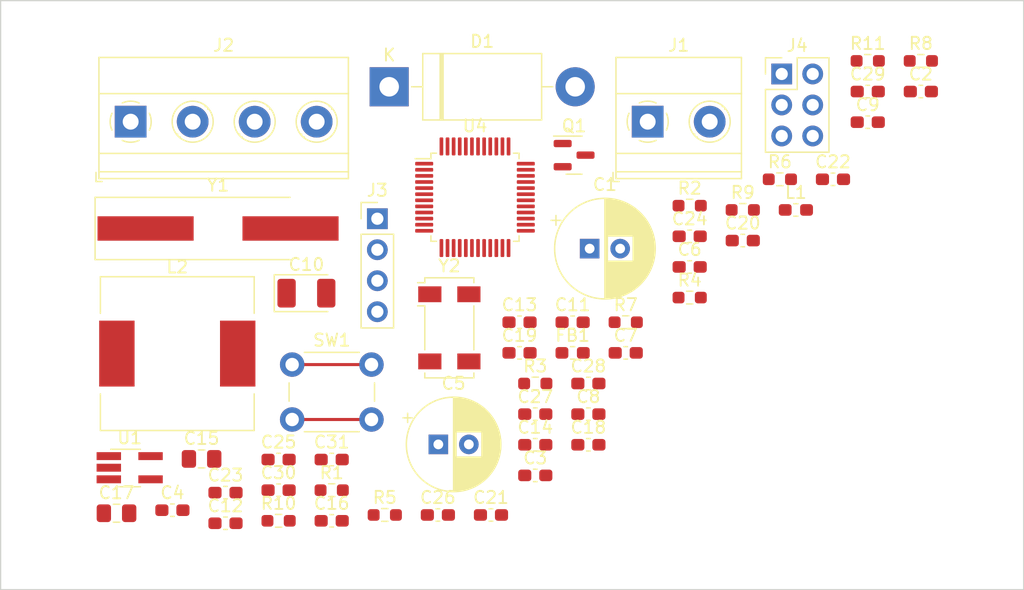
<source format=kicad_pcb>
(kicad_pcb (version 20211014) (generator pcbnew)
  (layers (0 "F.Cu" signal) (31 "B.Cu" signal) (34 "B.Paste" user) (35 "F.Paste" user) (36 "B.SilkS" user "B.Silkscreen") (37 "F.SilkS" user "F.Silkscreen") (38 "B.Mask" user) (39 "F.Mask" user) (44 "Edge.Cuts" user))
  (net 0 "")
  (net 1 "+BATT")
  (net 2 "GND")
  (net 3 "+3.3VA")
  (net 4 "+4V")
  (net 5 "+3V3")
  (net 6 "Net-(C15-Pad1)")
  (net 7 "RST")
  (net 8 "Net-(C20-Pad1)")
  (net 9 "Net-(C21-Pad1)")
  (net 10 "SIM_GND")
  (net 11 "SIM_VDD")
  (net 12 "OSCIN")
  (net 13 "Net-(C23-Pad2)")
  (net 14 "RESET")
  (net 15 "OSCOUT")
  (net 16 "Net-(C26-Pad1)")
  (net 17 "Net-(C27-Pad1)")
  (net 18 "Net-(C28-Pad1)")
  (net 19 "PC14")
  (net 20 "PC15")
  (net 21 "Net-(D1-Pad2)")
  (net 22 "COIL+")
  (net 23 "COIL-")
  (net 24 "THERMISTER_OUT")
  (net 25 "SWDIO")
  (net 26 "SWDCLK")
  (net 27 "Net-(J4-Pad3)")
  (net 28 "Net-(J4-Pad4)")
  (net 29 "PWRKEY")
  (net 30 "Net-(R1-Pad2)")
  (net 31 "THERMISTER_IN")
  (net 32 "Boot0")
  (net 33 "Boot1")
  (net 34 "SIM_RST")
  (net 35 "SIM_CLK")
  (net 36 "SIM_DATA")
  (net 38 "+VBATT")
  (net 49 "Net-(U4-Pad24)")
  (net 54 "GPRS_RX")
  (net 55 "GPRS_TX")
  (footprint "Capacitor_SMD:C_0603_1608Metric_Pad1.08x0.95mm_HandSolder" (layer "F.Cu") (at 124.355302 122.78)
    (fp_text reference "C8" (at 0 -1.43) (layer "F.SilkS"))
    (fp_text value "100n")
    (pad "1" smd roundrect (at -0.8625 0) (size 1.075 0.95) (layers "F.Cu" "F.Paste" "F.Mask") (net 5 "+3V3"))
    (pad "2" smd roundrect (at 0.8625 0) (size 1.075 0.95) (layers "F.Cu" "F.Paste" "F.Mask") (net 2 "GND"))
  )
  (footprint "Package_TO_SOT_SMD:SOT-23" (layer "F.Cu") (at 123.185302 101.56)
    (fp_text reference "Q1" (at 0 -2.4) (layer "F.SilkS"))
    (fp_text value "DTC114E")
    (pad "1" smd roundrect (at -0.9375 -0.95) (size 1.475 0.6) (layers "F.Cu" "F.Paste" "F.Mask") (net 7 "RST"))
    (pad "2" smd roundrect (at -0.9375 0.95) (size 1.475 0.6) (layers "F.Cu" "F.Paste" "F.Mask") (net 2 "GND"))
    (pad "3" smd roundrect (at 0.9375 0) (size 1.475 0.6) (layers "F.Cu" "F.Paste" "F.Mask") (net 29 "PWRKEY"))
  )
  (footprint "Package_TO_SOT_SMD:TSOT-23-5_HandSoldering" (layer "F.Cu") (at 86.775302 127.17)
    (fp_text reference "U1" (at 0 -2.45) (layer "F.SilkS"))
    (fp_text value "TPS76933")
    (pad "1" smd rect (at -1.71 -0.95) (size 2 0.65) (layers "F.Cu" "F.Paste" "F.Mask") (net 6 "Net-(C15-Pad1)"))
    (pad "2" smd rect (at -1.71 0) (size 2 0.65) (layers "F.Cu" "F.Paste" "F.Mask") (net 2 "GND"))
    (pad "3" smd rect (at -1.71 0.95) (size 2 0.65) (layers "F.Cu" "F.Paste" "F.Mask") (net 2 "GND"))
    (pad "4" smd rect (at 1.71 0.95) (size 2 0.65) (layers "F.Cu" "F.Paste" "F.Mask"))
    (pad "5" smd rect (at 1.71 -0.95) (size 2 0.65) (layers "F.Cu" "F.Paste" "F.Mask") (net 5 "+3V3"))
  )
  (footprint "Capacitor_SMD:C_0603_1608Metric_Pad1.08x0.95mm_HandSolder" (layer "F.Cu") (at 147.245302 96.35)
    (fp_text reference "C29" (at 0 -1.43) (layer "F.SilkS"))
    (fp_text value "33p")
    (pad "1" smd roundrect (at -0.8625 0) (size 1.075 0.95) (layers "F.Cu" "F.Paste" "F.Mask") (net 11 "SIM_VDD"))
    (pad "2" smd roundrect (at 0.8625 0) (size 1.075 0.95) (layers "F.Cu" "F.Paste" "F.Mask") (net 10 "SIM_GND"))
  )
  (footprint "Capacitor_SMD:C_0603_1608Metric_Pad1.08x0.95mm_HandSolder" (layer "F.Cu") (at 132.655302 108.21)
    (fp_text reference "C24" (at 0 -1.43) (layer "F.SilkS"))
    (fp_text value "1u")
    (pad "1" smd roundrect (at -0.8625 0) (size 1.075 0.95) (layers "F.Cu" "F.Paste" "F.Mask") (net 14 "RESET"))
    (pad "2" smd roundrect (at 0.8625 0) (size 1.075 0.95) (layers "F.Cu" "F.Paste" "F.Mask") (net 2 "GND"))
  )
  (footprint "Capacitor_THT:CP_Radial_D7.5mm_P2.50mm" (layer "F.Cu") (at 112.062513 125.26)
    (fp_text reference "C5" (at 1.25 -5) (layer "F.SilkS"))
    (fp_text value "100u")
    (pad "1" thru_hole rect (at 0 0) (size 1.6 1.6) (drill 0.8) (layers *.Cu *.Mask) (net 4 "+4V"))
    (pad "2" thru_hole circle (at 2.5 0) (size 1.6 1.6) (drill 0.8) (layers *.Cu *.Mask) (net 2 "GND"))
  )
  (footprint "Button_Switch_THT:SW_PUSH_6mm_H4.3mm" (layer "F.Cu") (at 100.085302 118.72)
    (fp_text reference "SW1" (at 3.25 -2) (layer "F.SilkS"))
    (fp_text value "RESET")
    (pad "1" thru_hole circle (at 6.5 0 90) (size 2 2) (drill 1.1) (layers *.Cu *.Mask) (net 2 "GND"))
    (pad "1" thru_hole circle (at 0 0 90) (size 2 2) (drill 1.1) (layers *.Cu *.Mask) (net 2 "GND"))
    (pad "2" thru_hole circle (at 0 4.5 90) (size 2 2) (drill 1.1) (layers *.Cu *.Mask) (net 14 "RESET"))
    (pad "2" thru_hole circle (at 6.5 4.5 90) (size 2 2) (drill 1.1) (layers *.Cu *.Mask) (net 14 "RESET"))
  )
  (footprint "Resistor_SMD:R_0603_1608Metric_Pad0.98x0.95mm_HandSolder" (layer "F.Cu") (at 132.655302 105.7)
    (fp_text reference "R2" (at 0 -1.43) (layer "F.SilkS"))
    (fp_text value "1k")
    (pad "1" smd roundrect (at -0.9125 0) (size 0.975 0.95) (layers "F.Cu" "F.Paste" "F.Mask") (net 30 "Net-(R1-Pad2)"))
    (pad "2" smd roundrect (at 0.9125 0) (size 0.975 0.95) (layers "F.Cu" "F.Paste" "F.Mask") (net 2 "GND"))
  )
  (footprint "Capacitor_SMD:C_0603_1608Metric_Pad1.08x0.95mm_HandSolder" (layer "F.Cu") (at 151.595302 96.35)
    (fp_text reference "C2" (at 0 -1.43) (layer "F.SilkS"))
    (fp_text value "100n")
    (pad "1" smd roundrect (at -0.8625 0) (size 1.075 0.95) (layers "F.Cu" "F.Paste" "F.Mask") (net 1 "+BATT"))
    (pad "2" smd roundrect (at 0.8625 0) (size 1.075 0.95) (layers "F.Cu" "F.Paste" "F.Mask") (net 2 "GND"))
  )
  (footprint "Capacitor_THT:CP_Radial_D8.0mm_P2.50mm" (layer "F.Cu") (at 124.46 109.22)
    (fp_text reference "C1" (at 1.25 -5.25) (layer "F.SilkS"))
    (fp_text value "220u")
    (pad "1" thru_hole rect (at 0 0) (size 1.6 1.6) (drill 0.8) (layers *.Cu *.Mask) (net 1 "+BATT"))
    (pad "2" thru_hole circle (at 2.5 0) (size 1.6 1.6) (drill 0.8) (layers *.Cu *.Mask) (net 2 "GND"))
  )
  (footprint "Connector_PinHeader_2.54mm:PinHeader_1x04_P2.54mm_Vertical" (layer "F.Cu") (at 107.065302 106.77)
    (fp_text reference "J3" (at 0 -2.33) (layer "F.SilkS"))
    (fp_text value "SWD")
    (pad "1" thru_hole rect (at 0 0) (size 1.7 1.7) (drill 1) (layers *.Cu *.Mask) (net 5 "+3V3"))
    (pad "2" thru_hole oval (at 0 2.54) (size 1.7 1.7) (drill 1) (layers *.Cu *.Mask) (net 25 "SWDIO"))
    (pad "3" thru_hole oval (at 0 5.08) (size 1.7 1.7) (drill 1) (layers *.Cu *.Mask) (net 26 "SWDCLK"))
    (pad "4" thru_hole oval (at 0 7.62) (size 1.7 1.7) (drill 1) (layers *.Cu *.Mask) (net 2 "GND"))
  )
  (footprint "Capacitor_SMD:C_0603_1608Metric_Pad1.08x0.95mm_HandSolder" (layer "F.Cu") (at 118.715302 115.25)
    (fp_text reference "C13" (at 0 -1.43) (layer "F.SilkS"))
    (fp_text value "10p")
    (pad "1" smd roundrect (at -0.8625 0) (size 1.075 0.95) (layers "F.Cu" "F.Paste" "F.Mask") (net 4 "+4V"))
    (pad "2" smd roundrect (at 0.8625 0) (size 1.075 0.95) (layers "F.Cu" "F.Paste" "F.Mask") (net 2 "GND"))
  )
  (footprint "Capacitor_SMD:C_0603_1608Metric_Pad1.08x0.95mm_HandSolder" (layer "F.Cu") (at 137.005302 108.56)
    (fp_text reference "C20" (at 0 -1.43) (layer "F.SilkS"))
    (fp_text value "10p")
    (pad "1" smd roundrect (at -0.8625 0) (size 1.075 0.95) (layers "F.Cu" "F.Paste" "F.Mask") (net 8 "Net-(C20-Pad1)"))
    (pad "2" smd roundrect (at 0.8625 0) (size 1.075 0.95) (layers "F.Cu" "F.Paste" "F.Mask") (net 2 "GND"))
  )
  (footprint "Capacitor_SMD:C_0603_1608Metric_Pad1.08x0.95mm_HandSolder" (layer "F.Cu") (at 98.975302 126.5)
    (fp_text reference "C25" (at 0 -1.43) (layer "F.SilkS"))
    (fp_text value "20p")
    (pad "1" smd roundrect (at -0.8625 0) (size 1.075 0.95) (layers "F.Cu" "F.Paste" "F.Mask") (net 15 "OSCOUT"))
    (pad "2" smd roundrect (at 0.8625 0) (size 1.075 0.95) (layers "F.Cu" "F.Paste" "F.Mask") (net 13 "Net-(C23-Pad2)"))
  )
  (footprint "Resistor_SMD:R_0603_1608Metric_Pad0.98x0.95mm_HandSolder" (layer "F.Cu") (at 151.595302 93.84)
    (fp_text reference "R8" (at 0 -1.43) (layer "F.SilkS"))
    (fp_text value "22R")
    (pad "1" smd roundrect (at -0.9125 0) (size 0.975 0.95) (layers "F.Cu" "F.Paste" "F.Mask") (net 34 "SIM_RST"))
    (pad "2" smd roundrect (at 0.9125 0) (size 0.975 0.95) (layers "F.Cu" "F.Paste" "F.Mask") (net 18 "Net-(C28-Pad1)"))
  )
  (footprint "Crystal:Crystal_SMD_Abracon_ABS25-4Pin_8.0x3.8mm" (layer "F.Cu") (at 112.965302 115.71)
    (fp_text reference "Y2" (at 0 -5.08) (layer "F.SilkS"))
    (fp_text value "32.768KHz")
    (pad "1" smd rect (at -1.6 -2.75 270) (size 1.3 1.9) (layers "F.Cu" "F.Paste" "F.Mask") (net 19 "PC14"))
    (pad "2" smd rect (at -1.6 2.75 270) (size 1.3 1.9) (layers "F.Cu" "F.Paste" "F.Mask"))
    (pad "3" smd rect (at 1.6 2.75 270) (size 1.3 1.9) (layers "F.Cu" "F.Paste" "F.Mask"))
    (pad "4" smd rect (at 1.6 -2.75 270) (size 1.3 1.9) (layers "F.Cu" "F.Paste" "F.Mask") (net 20 "PC15"))
  )
  (footprint "Capacitor_SMD:C_0805_2012Metric_Pad1.18x1.45mm_HandSolder" (layer "F.Cu") (at 92.665302 126.45)
    (fp_text reference "C15" (at 0 -1.68) (layer "F.SilkS"))
    (fp_text value "22u")
    (pad "1" smd roundrect (at -1.0375 0) (size 1.175 1.45) (layers "F.Cu" "F.Paste" "F.Mask") (roundrect_rratio 0.212766) (net 6 "Net-(C15-Pad1)"))
    (pad "2" smd roundrect (at 1.0375 0) (size 1.175 1.45) (layers "F.Cu" "F.Paste" "F.Mask") (roundrect_rratio 0.212766) (net 2 "GND"))
  )
  (footprint "Inductor_SMD:L_0603_1608Metric_Pad1.05x0.95mm_HandSolder" (layer "F.Cu") (at 141.355302 106.05)
    (fp_text reference "L1" (at 0 -1.43) (layer "F.SilkS"))
    (fp_text value "27n")
    (pad "1" smd roundrect (at -0.875 0) (size 1.05 0.95) (layers "F.Cu" "F.Paste" "F.Mask") (net 5 "+3V3"))
    (pad "2" smd roundrect (at 0.875 0) (size 1.05 0.95) (layers "F.Cu" "F.Paste" "F.Mask") (net 3 "+3.3VA"))
  )
  (footprint "Capacitor_Tantalum_SMD:CP_EIA-3528-21_Kemet-B_Pad1.50x2.35mm_HandSolder" (layer "F.Cu") (at 101.255302 112.87)
    (fp_text reference "C10" (at 0 -2.35) (layer "F.SilkS"))
    (fp_text value "100uF")
    (pad "1" smd roundrect (at -1.625 0) (size 1.5 2.35) (layers "F.Cu" "F.Paste" "F.Mask") (roundrect_rratio 0.166667) (net 4 "+4V"))
    (pad "2" smd roundrect (at 1.625 0) (size 1.5 2.35) (layers "F.Cu" "F.Paste" "F.Mask") (roundrect_rratio 0.166667) (net 2 "GND"))
  )
  (footprint "Capacitor_SMD:C_0603_1608Metric_Pad1.08x0.95mm_HandSolder" (layer "F.Cu") (at 144.395302 103.54)
    (fp_text reference "C22" (at 0 -1.43) (layer "F.SilkS"))
    (fp_text value "100n")
    (pad "1" smd roundrect (at -0.8625 0) (size 1.075 0.95) (layers "F.Cu" "F.Paste" "F.Mask") (net 10 "SIM_GND"))
    (pad "2" smd roundrect (at 0.8625 0) (size 1.075 0.95) (layers "F.Cu" "F.Paste" "F.Mask") (net 11 "SIM_VDD"))
  )
  (footprint "Inductor_SMD:L_12x12mm_H6mm" (layer "F.Cu") (at 90.675302 117.82)
    (fp_text reference "L2" (at 0 -7.1) (layer "F.SilkS"))
    (fp_text value "22uH")
    (pad "1" smd rect (at -4.95 0) (size 2.9 5.4) (layers "F.Cu" "F.Paste" "F.Mask") (net 1 "+BATT"))
    (pad "2" smd rect (at 4.95 0) (size 2.9 5.4) (layers "F.Cu" "F.Paste" "F.Mask") (net 21 "Net-(D1-Pad2)"))
  )
  (footprint "Capacitor_SMD:C_0805_2012Metric_Pad1.18x1.45mm_HandSolder" (layer "F.Cu") (at 85.695302 130.9)
    (fp_text reference "C17" (at 0 -1.68) (layer "F.SilkS"))
    (fp_text value "10u")
    (pad "1" smd roundrect (at -1.0375 0) (size 1.175 1.45) (layers "F.Cu" "F.Paste" "F.Mask") (roundrect_rratio 0.212766) (net 5 "+3V3"))
    (pad "2" smd roundrect (at 1.0375 0) (size 1.175 1.45) (layers "F.Cu" "F.Paste" "F.Mask") (roundrect_rratio 0.212766) (net 2 "GND"))
  )
  (footprint "Diode_THT:D_DO-201AD_P15.24mm_Horizontal" (layer "F.Cu") (at 108.035302 95.96)
    (fp_text reference "D1" (at 7.62 -3.72) (layer "F.SilkS"))
    (fp_text value "D_Schottky")
    (fp_text user "K" (at 0 -2.6) (layer "F.SilkS"))
    (pad "1" thru_hole rect (at 0 0) (size 3.2 3.2) (drill 1.6) (layers *.Cu *.Mask) (net 4 "+4V"))
    (pad "2" thru_hole oval (at 15.24 0) (size 3.2 3.2) (drill 1.6) (layers *.Cu *.Mask) (net 21 "Net-(D1-Pad2)"))
  )
  (footprint "Inductor_SMD:L_0603_1608Metric_Pad1.05x0.95mm_HandSolder" (layer "F.Cu") (at 123.065302 117.76)
    (fp_text reference "FB1" (at 0 -1.43) (layer "F.SilkS"))
    (fp_text value "100R")
    (pad "1" smd roundrect (at -0.875 0) (size 1.05 0.95) (layers "F.Cu" "F.Paste" "F.Mask") (net 6 "Net-(C15-Pad1)"))
    (pad "2" smd roundrect (at 0.875 0) (size 1.05 0.95) (layers "F.Cu" "F.Paste" "F.Mask") (net 1 "+BATT"))
  )
  (footprint "Capacitor_SMD:C_0603_1608Metric_Pad1.08x0.95mm_HandSolder" (layer "F.Cu") (at 147.245302 98.86)
    (fp_text reference "C9" (at 0 -1.43) (layer "F.SilkS"))
    (fp_text value "100n")
    (pad "1" smd roundrect (at -0.8625 0) (size 1.075 0.95) (layers "F.Cu" "F.Paste" "F.Mask") (net 5 "+3V3"))
    (pad "2" smd roundrect (at 0.8625 0) (size 1.075 0.95) (layers "F.Cu" "F.Paste" "F.Mask") (net 2 "GND"))
  )
  (footprint "Resistor_SMD:R_0603_1608Metric_Pad0.98x0.95mm_HandSolder" (layer "F.Cu") (at 132.655302 113.23)
    (fp_text reference "R4" (at 0 -1.43) (layer "F.SilkS"))
    (fp_text value "0E")
    (pad "1" smd roundrect (at -0.9125 0) (size 0.975 0.95) (layers "F.Cu" "F.Paste" "F.Mask") (net 8 "Net-(C20-Pad1)"))
    (pad "2" smd roundrect (at 0.9125 0) (size 0.975 0.95) (layers "F.Cu" "F.Paste" "F.Mask") (net 9 "Net-(C21-Pad1)"))
  )
  (footprint "TerminalBlock_Phoenix:TerminalBlock_Phoenix_MKDS-1,5-2-5.08_1x02_P5.08mm_Horizontal" (layer "F.Cu") (at 129.215302 98.82)
    (fp_text reference "J1" (at 2.54 -6.26) (layer "F.SilkS"))
    (fp_text value "Battery")
    (pad "1" thru_hole rect (at 0 0) (size 2.6 2.6) (drill 1.3) (layers *.Cu *.Mask) (net 1 "+BATT"))
    (pad "2" thru_hole circle (at 5.08 0) (size 2.6 2.6) (drill 1.3) (layers *.Cu *.Mask) (net 2 "GND"))
  )
  (footprint "Capacitor_SMD:C_0603_1608Metric_Pad1.08x0.95mm_HandSolder" (layer "F.Cu") (at 112.025302 131.04)
    (fp_text reference "C26" (at 0 -1.43) (layer "F.SilkS"))
    (fp_text value "33p")
    (pad "1" smd roundrect (at -0.8625 0) (size 1.075 0.95) (layers "F.Cu" "F.Paste" "F.Mask") (net 16 "Net-(C26-Pad1)"))
    (pad "2" smd roundrect (at 0.8625 0) (size 1.075 0.95) (layers "F.Cu" "F.Paste" "F.Mask") (net 10 "SIM_GND"))
  )
  (footprint "Resistor_SMD:R_0603_1608Metric_Pad0.98x0.95mm_HandSolder" (layer "F.Cu") (at 137.005302 106.05)
    (fp_text reference "R9" (at 0 -1.43) (layer "F.SilkS"))
    (fp_text value "22R")
    (pad "1" smd roundrect (at -0.9125 0) (size 0.975 0.95) (layers "F.Cu" "F.Paste" "F.Mask") (net 35 "SIM_CLK"))
    (pad "2" smd roundrect (at 0.9125 0) (size 0.975 0.95) (layers "F.Cu" "F.Paste" "F.Mask") (net 17 "Net-(C27-Pad1)"))
  )
  (footprint "Resistor_SMD:R_0603_1608Metric_Pad0.98x0.95mm_HandSolder" (layer "F.Cu") (at 140.045302 103.54)
    (fp_text reference "R6" (at 0 -1.43) (layer "F.SilkS"))
    (fp_text value "100K")
    (pad "1" smd roundrect (at -0.9125 0) (size 0.975 0.95) (layers "F.Cu" "F.Paste" "F.Mask") (net 33 "Boot1"))
    (pad "2" smd roundrect (at 0.9125 0) (size 0.975 0.95) (layers "F.Cu" "F.Paste" "F.Mask") (net 28 "Net-(J4-Pad4)"))
  )
  (footprint "Resistor_SMD:R_0603_1608Metric_Pad0.98x0.95mm_HandSolder" (layer "F.Cu") (at 103.325302 129.01)
    (fp_text reference "R1" (at 0 -1.43) (layer "F.SilkS"))
    (fp_text value "5.6k")
    (pad "1" smd roundrect (at -0.9125 0) (size 0.975 0.95) (layers "F.Cu" "F.Paste" "F.Mask") (net 4 "+4V"))
    (pad "2" smd roundrect (at 0.9125 0) (size 0.975 0.95) (layers "F.Cu" "F.Paste" "F.Mask") (net 30 "Net-(R1-Pad2)"))
  )
  (footprint "Capacitor_SMD:C_0603_1608Metric_Pad1.08x0.95mm_HandSolder" (layer "F.Cu") (at 94.625302 129.21)
    (fp_text reference "C23" (at 0 -1.43) (layer "F.SilkS"))
    (fp_text value "20p")
    (pad "1" smd roundrect (at -0.8625 0) (size 1.075 0.95) (layers "F.Cu" "F.Paste" "F.Mask") (net 12 "OSCIN"))
    (pad "2" smd roundrect (at 0.8625 0) (size 1.075 0.95) (layers "F.Cu" "F.Paste" "F.Mask") (net 13 "Net-(C23-Pad2)"))
  )
  (footprint "Capacitor_SMD:C_0603_1608Metric_Pad1.08x0.95mm_HandSolder" (layer "F.Cu") (at 120.005302 127.8)
    (fp_text reference "C3" (at 0 -1.43) (layer "F.SilkS"))
    (fp_text value "1u")
    (pad "1" smd roundrect (at -0.8625 0) (size 1.075 0.95) (layers "F.Cu" "F.Paste" "F.Mask") (net 3 "+3.3VA"))
    (pad "2" smd roundrect (at 0.8625 0) (size 1.075 0.95) (layers "F.Cu" "F.Paste" "F.Mask") (net 2 "GND"))
  )
  (footprint "Connector_PinHeader_2.54mm:PinHeader_2x03_P2.54mm_Vertical" (layer "F.Cu") (at 140.195302 94.91)
    (fp_text reference "J4" (at 1.27 -2.33) (layer "F.SilkS"))
    (fp_text value "BOOT")
    (pad "1" thru_hole rect (at 0 0) (size 1.7 1.7) (drill 1) (layers *.Cu *.Mask) (net 5 "+3V3"))
    (pad "2" thru_hole oval (at 2.54 0) (size 1.7 1.7) (drill 1) (layers *.Cu *.Mask) (net 5 "+3V3"))
    (pad "3" thru_hole oval (at 0 2.54) (size 1.7 1.7) (drill 1) (layers *.Cu *.Mask) (net 27 "Net-(J4-Pad3)"))
    (pad "4" thru_hole oval (at 2.54 2.54) (size 1.7 1.7) (drill 1) (layers *.Cu *.Mask) (net 28 "Net-(J4-Pad4)"))
    (pad "5" thru_hole oval (at 0 5.08) (size 1.7 1.7) (drill 1) (layers *.Cu *.Mask) (net 2 "GND"))
    (pad "6" thru_hole oval (at 2.54 5.08) (size 1.7 1.7) (drill 1) (layers *.Cu *.Mask) (net 2 "GND"))
  )
  (footprint "Resistor_SMD:R_0603_1608Metric_Pad0.98x0.95mm_HandSolder" (layer "F.Cu") (at 147.245302 93.84)
    (fp_text reference "R11" (at 0 -1.43) (layer "F.SilkS"))
    (fp_text value "22R")
    (pad "1" smd roundrect (at -0.9125 0) (size 0.975 0.95) (layers "F.Cu" "F.Paste" "F.Mask") (net 16 "Net-(C26-Pad1)"))
    (pad "2" smd roundrect (at 0.9125 0) (size 0.975 0.95) (layers "F.Cu" "F.Paste" "F.Mask") (net 36 "SIM_DATA"))
  )
  (footprint "Capacitor_SMD:C_0603_1608Metric_Pad1.08x0.95mm_HandSolder" (layer "F.Cu") (at 116.375302 131.04)
    (fp_text reference "C21" (at 0 -1.43) (layer "F.SilkS"))
    (fp_text value "10p")
    (pad "1" smd roundrect (at -0.8625 0) (size 1.075 0.95) (layers "F.Cu" "F.Paste" "F.Mask") (net 9 "Net-(C21-Pad1)"))
    (pad "2" smd roundrect (at 0.8625 0) (size 1.075 0.95) (layers "F.Cu" "F.Paste" "F.Mask") (net 2 "GND"))
  )
  (footprint "Capacitor_SMD:C_0603_1608Metric_Pad1.08x0.95mm_HandSolder" (layer "F.Cu") (at 94.625302 131.72)
    (fp_text reference "C12" (at 0 -1.43) (layer "F.SilkS"))
    (fp_text value "33p")
    (pad "1" smd roundrect (at -0.8625 0) (size 1.075 0.95) (layers "F.Cu" "F.Paste" "F.Mask") (net 4 "+4V"))
    (pad "2" smd roundrect (at 0.8625 0) (size 1.075 0.95) (layers "F.Cu" "F.Paste" "F.Mask") (net 2 "GND"))
  )
  (footprint "Capacitor_SMD:C_0603_1608Metric_Pad1.08x0.95mm_HandSolder" (layer "F.Cu") (at 118.715302 117.76)
    (fp_text reference "C19" (at 0 -1.43) (layer "F.SilkS"))
    (fp_text value "100n")
    (pad "1" smd roundrect (at -0.8625 0) (size 1.075 0.95) (layers "F.Cu" "F.Paste" "F.Mask") (net 5 "+3V3"))
    (pad "2" smd roundrect (at 0.8625 0) (size 1.075 0.95) (layers "F.Cu" "F.Paste" "F.Mask") (net 2 "GND"))
  )
  (footprint "Resistor_SMD:R_0603_1608Metric_Pad0.98x0.95mm_HandSolder" (layer "F.Cu") (at 98.975302 131.52)
    (fp_text reference "R10" (at 0 -1.43) (layer "F.SilkS"))
    (fp_text value "1M")
    (pad "1" smd roundrect (at -0.9125 0) (size 0.975 0.95) (layers "F.Cu" "F.Paste" "F.Mask") (net 12 "OSCIN"))
    (pad "2" smd roundrect (at 0.9125 0) (size 0.975 0.95) (layers "F.Cu" "F.Paste" "F.Mask") (net 15 "OSCOUT"))
  )
  (footprint "Capacitor_SMD:C_0603_1608Metric_Pad1.08x0.95mm_HandSolder" (layer "F.Cu") (at 124.355302 120.27)
    (fp_text reference "C28" (at 0 -1.43) (layer "F.SilkS"))
    (fp_text value "33p")
    (pad "1" smd roundrect (at -0.8625 0) (size 1.075 0.95) (layers "F.Cu" "F.Paste" "F.Mask") (net 18 "Net-(C28-Pad1)"))
    (pad "2" smd roundrect (at 0.8625 0) (size 1.075 0.95) (layers "F.Cu" "F.Paste" "F.Mask") (net 10 "SIM_GND"))
  )
  (footprint "TerminalBlock_Phoenix:TerminalBlock_Phoenix_MKDS-1,5-4-5.08_1x04_P5.08mm_Horizontal" (layer "F.Cu") (at 86.855302 98.82)
    (fp_text reference "J2" (at 7.62 -6.26) (layer "F.SilkS"))
    (fp_text value "PIEZOMETER")
    (pad "1" thru_hole rect (at 0 0) (size 2.6 2.6) (drill 1.3) (layers *.Cu *.Mask) (net 22 "COIL+"))
    (pad "2" thru_hole circle (at 5.08 0) (size 2.6 2.6) (drill 1.3) (layers *.Cu *.Mask) (net 23 "COIL-"))
    (pad "3" thru_hole circle (at 10.16 0) (size 2.6 2.6) (drill 1.3) (layers *.Cu *.Mask) (net 24 "THERMISTER_OUT"))
    (pad "4" thru_hole circle (at 15.24 0) (size 2.6 2.6) (drill 1.3) (layers *.Cu *.Mask) (net 2 "GND"))
  )
  (footprint "Resistor_SMD:R_0603_1608Metric_Pad0.98x0.95mm_HandSolder" (layer "F.Cu") (at 107.675302 131.04)
    (fp_text reference "R5" (at 0 -1.43) (layer "F.SilkS"))
    (fp_text value "100K")
    (pad "1" smd roundrect (at -0.9125 0) (size 0.975 0.95) (layers "F.Cu" "F.Paste" "F.Mask") (net 27 "Net-(J4-Pad3)"))
    (pad "2" smd roundrect (at 0.9125 0) (size 0.975 0.95) (layers "F.Cu" "F.Paste" "F.Mask") (net 32 "Boot0"))
  )
  (footprint "Capacitor_SMD:C_0603_1608Metric_Pad1.08x0.95mm_HandSolder" (layer "F.Cu") (at 90.275302 130.65)
    (fp_text reference "C4" (at 0 -1.43) (layer "F.SilkS"))
    (fp_text value "100n")
    (pad "1" smd roundrect (at -0.8625 0) (size 1.075 0.95) (layers "F.Cu" "F.Paste" "F.Mask") (net 3 "+3.3VA"))
    (pad "2" smd roundrect (at 0.8625 0) (size 1.075 0.95) (layers "F.Cu" "F.Paste" "F.Mask") (net 2 "GND"))
  )
  (footprint "Capacitor_SMD:C_0603_1608Metric_Pad1.08x0.95mm_HandSolder" (layer "F.Cu") (at 124.355302 125.29)
    (fp_text reference "C18" (at 0 -1.43) (layer "F.SilkS"))
    (fp_text value "33p")
    (pad "1" smd roundrect (at -0.8625 0) (size 1.075 0.95) (layers "F.Cu" "F.Paste" "F.Mask") (net 7 "RST"))
    (pad "2" smd roundrect (at 0.8625 0) (size 1.075 0.95) (layers "F.Cu" "F.Paste" "F.Mask") (net 2 "GND"))
  )
  (footprint "Capacitor_SMD:C_0603_1608Metric_Pad1.08x0.95mm_HandSolder" (layer "F.Cu") (at 123.065302 115.25)
    (fp_text reference "C11" (at 0 -1.43) (layer "F.SilkS"))
    (fp_text value "100n")
    (pad "1" smd roundrect (at -0.8625 0) (size 1.075 0.95) (layers "F.Cu" "F.Paste" "F.Mask") (net 4 "+4V"))
    (pad "2" smd roundrect (at 0.8625 0) (size 1.075 0.95) (layers "F.Cu" "F.Paste" "F.Mask") (net 2 "GND"))
  )
  (footprint "Capacitor_SMD:C_0603_1608Metric_Pad1.08x0.95mm_HandSolder" (layer "F.Cu") (at 127.415302 117.76)
    (fp_text reference "C7" (at 0 -1.43) (layer "F.SilkS"))
    (fp_text value "100n")
    (pad "1" smd roundrect (at -0.8625 0) (size 1.075 0.95) (layers "F.Cu" "F.Paste" "F.Mask") (net 5 "+3V3"))
    (pad "2" smd roundrect (at 0.8625 0) (size 1.075 0.95) (layers "F.Cu" "F.Paste" "F.Mask") (net 2 "GND"))
  )
  (footprint "Crystal:Crystal_SMD_HC49-SD_HandSoldering" (layer "F.Cu") (at 94.015302 107.57)
    (fp_text reference "Y1" (at 0 -3.55) (layer "F.SilkS"))
    (fp_text value "8MHz")
    (pad "1" smd rect (at -5.9375 0) (size 7.875 2) (layers "F.Cu" "F.Paste" "F.Mask") (net 12 "OSCIN"))
    (pad "2" smd rect (at 5.9375 0) (size 7.875 2) (layers "F.Cu" "F.Paste" "F.Mask") (net 15 "OSCOUT"))
  )
  (footprint "Resistor_SMD:R_0603_1608Metric_Pad0.98x0.95mm_HandSolder" (layer "F.Cu") (at 120.005302 120.27)
    (fp_text reference "R3" (at 0 -1.43) (layer "F.SilkS"))
    (fp_text value "1K")
    (pad "1" smd roundrect (at -0.9125 0) (size 0.975 0.95) (layers "F.Cu" "F.Paste" "F.Mask") (net 2 "GND"))
    (pad "2" smd roundrect (at 0.9125 0) (size 0.975 0.95) (layers "F.Cu" "F.Paste" "F.Mask") (net 31 "THERMISTER_IN"))
  )
  (footprint "Package_QFP:LQFP-48_7x7mm_P0.5mm" (layer "F.Cu") (at 115.065302 105.01)
    (fp_text reference "U4" (at 0 -5.85) (layer "F.SilkS"))
    (fp_text value "STM32F103C8T6")
    (pad "1" smd roundrect (at -4.1625 -2.75) (size 1.475 0.3) (layers "F.Cu" "F.Paste" "F.Mask") (net 38 "+VBATT"))
    (pad "2" smd roundrect (at -4.1625 -2.25) (size 1.475 0.3) (layers "F.Cu" "F.Paste" "F.Mask"))
    (pad "3" smd roundrect (at -4.1625 -1.75) (size 1.475 0.3) (layers "F.Cu" "F.Paste" "F.Mask") (net 19 "PC14"))
    (pad "4" smd roundrect (at -4.1625 -1.25) (size 1.475 0.3) (layers "F.Cu" "F.Paste" "F.Mask") (net 20 "PC15"))
    (pad "5" smd roundrect (at -4.1625 -0.75) (size 1.475 0.3) (layers "F.Cu" "F.Paste" "F.Mask") (net 12 "OSCIN"))
    (pad "6" smd roundrect (at -4.1625 -0.25) (size 1.475 0.3) (layers "F.Cu" "F.Paste" "F.Mask") (net 15 "OSCOUT"))
    (pad "7" smd roundrect (at -4.1625 0.25) (size 1.475 0.3) (layers "F.Cu" "F.Paste" "F.Mask") (net 14 "RESET"))
    (pad "8" smd roundrect (at -4.1625 0.75) (size 1.475 0.3) (layers "F.Cu" "F.Paste" "F.Mask") (net 2 "GND"))
    (pad "9" smd roundrect (at -4.1625 1.25) (size 1.475 0.3) (layers "F.Cu" "F.Paste" "F.Mask") (net 3 "+3.3VA"))
    (pad "10" smd roundrect (at -4.1625 1.75) (size 1.475 0.3) (layers "F.Cu" "F.Paste" "F.Mask") (net 22 "COIL+"))
    (pad "11" smd roundrect (at -4.1625 2.25) (size 1.475 0.3) (layers "F.Cu" "F.Paste" "F.Mask") (net 31 "THERMISTER_IN"))
    (pad "12" smd roundrect (at -4.1625 2.75) (size 1.475 0.3) (layers "F.Cu" "F.Paste" "F.Mask"))
    (pad "13" smd roundrect (at -2.75 4.1625) (size 0.3 1.475) (layers "F.Cu" "F.Paste" "F.Mask"))
    (pad "14" smd roundrect (at -2.25 4.1625) (size 0.3 1.475) (layers "F.Cu" "F.Paste" "F.Mask"))
    (pad "15" smd roundrect (at -1.75 4.1625) (size 0.3 1.475) (layers "F.Cu" "F.Paste" "F.Mask"))
    (pad "16" smd roundrect (at -1.25 4.1625) (size 0.3 1.475) (layers "F.Cu" "F.Paste" "F.Mask"))
    (pad "17" smd roundrect (at -0.75 4.1625) (size 0.3 1.475) (layers "F.Cu" "F.Paste" "F.Mask") (net 23 "COIL-"))
    (pad "18" smd roundrect (at -0.25 4.1625) (size 0.3 1.475) (layers "F.Cu" "F.Paste" "F.Mask"))
    (pad "19" smd roundrect (at 0.25 4.1625) (size 0.3 1.475) (layers "F.Cu" "F.Paste" "F.Mask"))
    (pad "20" smd roundrect (at 0.75 4.1625) (size 0.3 1.475) (layers "F.Cu" "F.Paste" "F.Mask") (net 33 "Boot1"))
    (pad "21" smd roundrect (at 1.25 4.1625) (size 0.3 1.475) (layers "F.Cu" "F.Paste" "F.Mask"))
    (pad "22" smd roundrect (at 1.75 4.1625) (size 0.3 1.475) (layers "F.Cu" "F.Paste" "F.Mask"))
    (pad "23" smd roundrect (at 2.25 4.1625) (size 0.3 1.475) (layers "F.Cu" "F.Paste" "F.Mask") (net 2 "GND"))
    (pad "24" smd roundrect (at 2.75 4.1625) (size 0.3 1.475) (layers "F.Cu" "F.Paste" "F.Mask") (net 49 "Net-(U4-Pad24)"))
    (pad "25" smd roundrect (at 4.1625 2.75) (size 1.475 0.3) (layers "F.Cu" "F.Paste" "F.Mask"))
    (pad "26" smd roundrect (at 4.1625 2.25) (size 1.475 0.3) (layers "F.Cu" "F.Paste" "F.Mask"))
    (pad "27" smd roundrect (at 4.1625 1.75) (size 1.475 0.3) (layers "F.Cu" "F.Paste" "F.Mask") (net 24 "THERMISTER_OUT"))
    (pad "28" smd roundrect (at 4.1625 1.25) (size 1.475 0.3) (layers "F.Cu" "F.Paste" "F.Mask"))
    (pad "29" smd roundrect (at 4.1625 0.75) (size 1.475 0.3) (layers "F.Cu" "F.Paste" "F.Mask"))
    (pad "30" smd roundrect (at 4.1625 0.25) (size 1.475 0.3) (layers "F.Cu" "F.Paste" "F.Mask") (net 54 "GPRS_RX"))
    (pad "31" smd roundrect (at 4.1625 -0.25) (size 1.475 0.3) (layers "F.Cu" "F.Paste" "F.Mask") (net 55 "GPRS_TX"))
    (pad "32" smd roundrect (at 4.1625 -0.75) (size 1.475 0.3) (layers "F.Cu" "F.Paste" "F.Mask"))
    (pad "33" smd roundrect (at 4.1625 -1.25) (size 1.475 0.3) (layers "F.Cu" "F.Paste" "F.Mask"))
    (pad "34" smd roundrect (at 4.1625 -1.75) (size 1.475 0.3) (layers "F.Cu" "F.Paste" "F.Mask") (net 25 "SWDIO"))
    (pad "35" smd roundrect (at 4.1625 -2.25) (size 1.475 0.3) (layers "F.Cu" "F.Paste" "F.Mask") (net 2 "GND"))
    (pad "36" smd roundrect (at 4.1625 -2.75) (size 1.475 0.3) (layers "F.Cu" "F.Paste" "F.Mask") (net 5 "+3V3"))
    (pad "37" smd roundrect (at 2.75 -4.1625) (size 0.3 1.475) (layers "F.Cu" "F.Paste" "F.Mask") (net 26 "SWDCLK"))
    (pad "38" smd roundrect (at 2.25 -4.1625) (size 0.3 1.475) (layers "F.Cu" "F.Paste" "F.Mask"))
    (pad "39" smd roundrect (at 1.75 -4.1625) (size 0.3 1.475) (layers "F.Cu" "F.Paste" "F.Mask"))
    (pad "40" smd roundrect (at 1.25 -4.1625) (size 0.3 1.475) (layers "F.Cu" "F.Paste" "F.Mask"))
    (pad "41" smd roundrect (at 0.75 -4.1625) (size 0.3 1.475) (layers "F.Cu" "F.Paste" "F.Mask") (net 7 "RST"))
    (pad "42" smd roundrect (at 0.25 -4.1625) (size 0.3 1.475) (layers "F.Cu" "F.Paste" "F.Mask"))
    (pad "43" smd roundrect (at -0.25 -4.1625) (size 0.3 1.475) (layers "F.Cu" "F.Paste" "F.Mask"))
    (pad "44" smd roundrect (at -0.75 -4.1625) (size 0.3 1.475) (layers "F.Cu" "F.Paste" "F.Mask") (net 32 "Boot0"))
    (pad "45" smd roundrect (at -1.25 -4.1625) (size 0.3 1.475) (layers "F.Cu" "F.Paste" "F.Mask"))
    (pad "46" smd roundrect (at -1.75 -4.1625) (size 0.3 1.475) (layers "F.Cu" "F.Paste" "F.Mask"))
    (pad "47" smd roundrect (at -2.25 -4.1625) (size 0.3 1.475) (layers "F.Cu" "F.Paste" "F.Mask") (net 2 "GND"))
    (pad "48" smd roundrect (at -2.75 -4.1625) (size 0.3 1.475) (layers "F.Cu" "F.Paste" "F.Mask") (net 49 "Net-(U4-Pad24)"))
  )
  (footprint "Capacitor_SMD:C_0603_1608Metric_Pad1.08x0.95mm_HandSolder" (layer "F.Cu") (at 103.325302 126.5)
    (fp_text reference "C31" (at 0 -1.43) (layer "F.SilkS"))
    (fp_text value "20p")
    (pad "1" smd roundrect (at -0.8625 0) (size 1.075 0.95) (layers "F.Cu" "F.Paste" "F.Mask") (net 20 "PC15"))
    (pad "2" smd roundrect (at 0.8625 0) (size 1.075 0.95) (layers "F.Cu" "F.Paste" "F.Mask") (net 2 "GND"))
  )
  (footprint "Capacitor_SMD:C_0603_1608Metric_Pad1.08x0.95mm_HandSolder" (layer "F.Cu") (at 132.655302 110.72)
    (fp_text reference "C6" (at 0 -1.43) (layer "F.SilkS"))
    (fp_text value "4u7")
    (pad "1" smd roundrect (at -0.8625 0) (size 1.075 0.95) (layers "F.Cu" "F.Paste" "F.Mask") (net 5 "+3V3"))
    (pad "2" smd roundrect (at 0.8625 0) (size 1.075 0.95) (layers "F.Cu" "F.Paste" "F.Mask") (net 2 "GND"))
  )
  (footprint "Resistor_SMD:R_0603_1608Metric_Pad0.98x0.95mm_HandSolder" (layer "F.Cu") (at 127.415302 115.25)
    (fp_text reference "R7" (at 0 -1.43) (layer "F.SilkS"))
    (fp_text value "10k")
    (pad "1" smd roundrect (at -0.9125 0) (size 0.975 0.95) (layers "F.Cu" "F.Paste" "F.Mask") (net 5 "+3V3"))
    (pad "2" smd roundrect (at 0.9125 0) (size 0.975 0.95) (layers "F.Cu" "F.Paste" "F.Mask") (net 14 "RESET"))
  )
  (footprint "Capacitor_SMD:C_0603_1608Metric_Pad1.08x0.95mm_HandSolder" (layer "F.Cu") (at 120.005302 125.29)
    (fp_text reference "C14" (at 0 -1.43) (layer "F.SilkS"))
    (fp_text value "4.7u")
    (pad "1" smd roundrect (at -0.8625 0) (size 1.075 0.95) (layers "F.Cu" "F.Paste" "F.Mask") (net 4 "+4V"))
    (pad "2" smd roundrect (at 0.8625 0) (size 1.075 0.95) (layers "F.Cu" "F.Paste" "F.Mask") (net 2 "GND"))
  )
  (footprint "Capacitor_SMD:C_0603_1608Metric_Pad1.08x0.95mm_HandSolder" (layer "F.Cu") (at 120.005302 122.78)
    (fp_text reference "C27" (at 0 -1.43) (layer "F.SilkS"))
    (fp_text value "33p")
    (pad "1" smd roundrect (at -0.8625 0) (size 1.075 0.95) (layers "F.Cu" "F.Paste" "F.Mask") (net 17 "Net-(C27-Pad1)"))
    (pad "2" smd roundrect (at 0.8625 0) (size 1.075 0.95) (layers "F.Cu" "F.Paste" "F.Mask") (net 10 "SIM_GND"))
  )
  (footprint "Capacitor_SMD:C_0603_1608Metric_Pad1.08x0.95mm_HandSolder" (layer "F.Cu") (at 103.325302 131.52)
    (fp_text reference "C16" (at 0 -1.43) (layer "F.SilkS"))
    (fp_text value "100n")
    (pad "1" smd roundrect (at -0.8625 0) (size 1.075 0.95) (layers "F.Cu" "F.Paste" "F.Mask") (net 5 "+3V3"))
    (pad "2" smd roundrect (at 0.8625 0) (size 1.075 0.95) (layers "F.Cu" "F.Paste" "F.Mask") (net 2 "GND"))
  )
  (footprint "Capacitor_SMD:C_0603_1608Metric_Pad1.08x0.95mm_HandSolder" (layer "F.Cu") (at 98.975302 129.01)
    (fp_text reference "C30" (at 0 -1.43) (layer "F.SilkS"))
    (fp_text value "20p")
    (pad "1" smd roundrect (at -0.8625 0) (size 1.075 0.95) (layers "F.Cu" "F.Paste" "F.Mask") (net 19 "PC14"))
    (pad "2" smd roundrect (at 0.8625 0) (size 1.075 0.95) (layers "F.Cu" "F.Paste" "F.Mask") (net 2 "GND"))
  )
  (gr_line (start 76.2 137.16) (end 76.2 88.9) (layer "Edge.Cuts") (width 0.1))
  (gr_line (start 160.02 88.9) (end 160.02 137.16) (layer "Edge.Cuts") (width 0.1))
  (gr_line (start 160.02 137.16) (end 76.2 137.16) (layer "Edge.Cuts") (width 0.1))
  (gr_line (start 76.2 88.9) (end 160.02 88.9) (layer "Edge.Cuts") (width 0.1))
  (segment (start 100.085302 118.72) (end 106.585302 118.72) (width 0.25) (layer "F.Cu") (net 2))
  (segment (start 100.085302 123.22) (end 106.585302 123.22) (width 0.25) (layer "F.Cu") (net 14))
)
</source>
